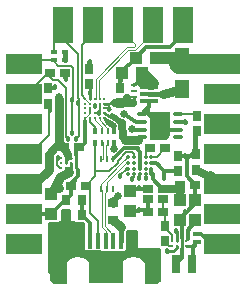
<source format=gtl>
G04 DipTrace 2.4.0.2*
%INUSBBiPowerOTG.gtl*%
%MOMM*%
%ADD10C,0.25*%
%ADD13C,0.305*%
%ADD14C,0.23*%
%ADD15C,0.203*%
%ADD16C,1.067*%
%ADD17C,0.35*%
%ADD18C,0.44*%
%ADD19C,1.0*%
%ADD20C,0.457*%
%ADD22C,0.66*%
%ADD23C,1.2*%
%ADD24C,1.702*%
%ADD25C,0.7*%
%ADD26C,0.27*%
%ADD27C,0.4*%
%ADD29C,0.114*%
%ADD30C,0.22*%
%ADD31C,0.102*%
%ADD32C,0.127*%
%ADD33C,0.787*%
%ADD34C,0.75*%
%ADD35C,0.508*%
%ADD36C,0.635*%
%ADD37C,0.36*%
%ADD40C,0.152*%
%ADD42R,1.6X1.7*%
%ADD43R,2.0X1.7*%
%ADD44R,1.0X1.1*%
%ADD45R,1.1X1.0*%
%ADD46R,0.7X0.9*%
%ADD47R,0.9X0.7*%
%ADD48R,0.7X0.4*%
%ADD49R,1.7X1.6*%
%ADD50R,1.7X2.0*%
%ADD51R,1.2X1.5*%
%ADD52R,0.9X0.75*%
%ADD54R,0.25X0.6*%
%ADD55R,0.75X0.9*%
%ADD56R,0.65X1.6*%
%ADD58R,0.5X0.4*%
%ADD60R,0.36X0.5*%
%ADD61R,0.25X0.5*%
%ADD63C,0.23*%
%ADD69R,0.6X0.25*%
%ADD70O,0.6X0.25*%
%ADD71R,1.64X0.44*%
%ADD74O,1.0X0.35*%
%ADD75C,0.711*%
%ADD77C,0.35*%
%ADD84R,1.7X2.032*%
%ADD85R,0.4X1.35*%
%ADD86O,0.853X1.053*%
%ADD87R,2.9X1.9*%
%ADD88C,0.711*%
%FSLAX53Y53*%
G04*
G71*
G90*
G75*
G01*
%LNTop*%
%LPD*%
X19540Y16587D2*
D13*
X20303D1*
X20377Y16661D1*
X20855D1*
X21025Y16491D1*
X21034Y17597D2*
Y16501D1*
X21025Y16491D1*
X26518Y13818D2*
X26355D1*
X25511Y14663D1*
X25152D1*
X23496Y14074D2*
D14*
Y14938D1*
X23384D1*
X20304Y16717D2*
D13*
X20377Y16661D1*
X22443Y15375D2*
D15*
Y16374D1*
X22325Y16491D1*
X22334Y17597D2*
Y16501D1*
X22325Y16491D1*
X23096Y14074D2*
X23038D1*
Y14623D1*
X22443Y15218D1*
Y15375D1*
X24296Y13674D2*
D14*
Y13693D1*
D15*
X24812D1*
D13*
Y12129D1*
X24781Y12161D1*
X24296Y13674D2*
D14*
X24984D1*
D13*
X24863D1*
X25152Y13963D1*
X23096Y13674D2*
D15*
X22844D1*
X22443Y14075D1*
X20511Y28320D2*
D16*
Y28105D1*
X20799Y27818D1*
X21405Y27426D1*
X20924Y27570D1*
X24296Y14074D2*
D15*
X24428Y14207D1*
D13*
Y14973D1*
X25267Y15813D1*
X25039D1*
X24548Y15116D2*
X24428Y14973D1*
X19817Y27291D2*
X20069Y27372D1*
X20302Y27524D1*
X20514Y27877D1*
D16*
X20511Y28320D1*
X20576Y27595D2*
X20799Y27818D1*
X20498Y23501D2*
D17*
X19715D1*
Y23529D1*
X21167Y27141D2*
D18*
Y27665D1*
D19*
X20511Y28320D1*
X21693Y29540D2*
X23824D1*
D23*
X23943Y29659D1*
X23658Y29102D1*
D24*
X26518Y29058D1*
X19817Y26291D2*
D10*
Y25791D1*
X18679Y25764D2*
D25*
X19271D1*
X19789D1*
D10*
X19817Y25791D1*
X17341Y25695D2*
D26*
X18220Y25797D1*
D25*
X18679Y25764D1*
X16141Y26095D2*
D26*
Y26583D1*
Y27368D1*
D13*
X16051D1*
X19336Y20209D2*
D17*
X19265D1*
D15*
X18707Y19651D1*
Y19610D1*
X21336Y20209D2*
D17*
Y19709D1*
D13*
X21443D1*
Y19326D1*
X22256Y18514D1*
X22340D1*
D25*
X23022D1*
X23412D1*
X23731Y18833D1*
Y18284D1*
X23743D1*
Y17551D1*
X23496Y13674D2*
D14*
Y13521D1*
X23180Y13206D1*
X22693D1*
D20*
X22688Y13200D1*
X23022Y18501D2*
D25*
Y18514D1*
X23800Y18285D2*
X23731D1*
X14057Y30064D2*
D27*
Y29555D1*
Y29364D1*
X14055Y29555D2*
X14057D1*
X19271Y26186D2*
D25*
Y25764D1*
X16131Y26583D2*
D26*
X16141D1*
X12581Y26990D2*
D13*
X13024D1*
X13147Y27113D1*
X14014Y28290D2*
Y27871D1*
X14085Y27800D1*
X21336Y21209D2*
D15*
X21766D1*
X22472Y21915D1*
X20836Y21209D2*
Y21579D1*
X21172Y21915D1*
X14078Y16239D2*
D13*
Y15559D1*
X15227Y14410D1*
X19677D2*
Y13405D1*
X18968Y12697D1*
X18739D1*
X17452Y11410D1*
X15227Y14410D2*
Y13598D1*
X15976Y12849D1*
X16012D1*
X17452Y11410D1*
X17062Y18491D2*
D29*
Y18935D1*
X18957Y20830D1*
X18944D1*
X19323Y21209D1*
X19336D1*
X17452Y14085D2*
Y14926D1*
X17119Y15260D1*
Y18434D1*
X17062Y18491D1*
Y20991D2*
X17207D1*
Y22449D1*
X17134Y22375D1*
X19336Y20709D2*
X19179D1*
X17564Y19094D1*
Y18493D1*
X17562Y18491D1*
X18102Y14085D2*
Y14621D1*
X17362Y15361D1*
Y18132D1*
X17601Y18371D1*
Y18491D1*
X17562D1*
Y20991D2*
X17449D1*
Y22190D1*
X17634Y22375D1*
Y23375D2*
Y23596D1*
X16941Y24289D1*
Y24495D1*
X16541Y26095D2*
X16605D1*
Y27812D1*
X19269Y30475D1*
X19846D1*
X19985Y30614D1*
Y30718D1*
X19105Y31598D1*
X18898D1*
X16541Y24495D2*
Y24344D1*
X17119Y23766D1*
Y23390D1*
X17134Y23375D1*
X16941Y26095D2*
X16868D1*
Y27727D1*
X19370Y30229D1*
X19942D1*
X21311Y31598D1*
X21438D1*
X19993Y29540D2*
D13*
Y29598D1*
X20900Y30505D1*
X22885D1*
X23978Y31598D1*
X18811Y28320D2*
Y28466D1*
X19329Y28983D1*
X19436D1*
X19993Y29540D1*
X18679Y27064D2*
Y27708D1*
Y28188D1*
X18811Y28320D1*
X20336Y21209D2*
Y20709D1*
Y20209D1*
X18062Y20991D2*
X18111D1*
X19046Y21926D1*
X19997D1*
X20326Y21597D1*
Y21219D1*
X20336Y21209D1*
X21040Y18514D2*
X20278D1*
X19767D1*
X19540Y18287D1*
X23743Y15851D2*
Y16004D1*
X24219Y16479D1*
X25252Y17513D1*
X25039D1*
X25031Y18833D2*
Y17521D1*
X25039Y17513D1*
X23608Y21307D2*
X24142D1*
X25061D1*
Y23250D1*
X25204Y23394D1*
X25031Y18833D2*
X24319Y19546D1*
Y20980D1*
X25083Y21744D1*
Y23394D1*
X25204D1*
X23608Y21307D2*
X25001D1*
X25097Y21403D1*
X23896Y14074D2*
D14*
Y14342D1*
D13*
Y15699D1*
X23743Y15851D1*
X23896Y14074D2*
D14*
Y13674D1*
Y13407D1*
D13*
Y12626D1*
X23431Y12161D1*
X24199Y16500D2*
X24219Y16479D1*
X14504Y18768D2*
Y17969D1*
X14070Y17536D1*
X14001D1*
X12795Y16330D1*
X11306D1*
X11278Y16358D1*
X14504Y18768D2*
Y18957D1*
X14869Y19322D1*
X15138Y19592D1*
Y20058D1*
D30*
X14909Y20288D1*
Y20688D1*
Y21088D1*
Y21350D1*
D13*
Y21711D1*
X15209Y22011D1*
X15741Y24495D2*
D15*
Y24208D1*
D13*
X15679D1*
Y22356D1*
X15209Y21885D1*
Y22011D1*
X20278Y18544D2*
Y18514D1*
X16141Y25295D2*
D15*
Y24895D1*
X15741Y24495D2*
D31*
X16141Y24895D1*
X21167Y25941D2*
D13*
Y25470D1*
X20498Y24801D1*
X21167Y25941D2*
X21050Y24842D1*
X22048Y23826D1*
X23598Y23501D2*
X22373D1*
X22048Y23826D1*
X20182Y21906D2*
X19997Y21926D1*
X13709Y21088D2*
D15*
X13468D1*
X13418Y21138D1*
X13709Y20288D2*
X13559D1*
X13364Y20483D1*
Y21138D1*
X13418D1*
X16051Y28668D2*
D13*
Y29191D1*
X16101Y29241D1*
X18721Y27708D2*
X18679D1*
X22523Y22976D2*
Y23351D1*
X22048Y23826D1*
X14878Y19216D2*
X14869Y19225D1*
Y19322D1*
X24142Y21313D2*
Y21307D1*
X16152Y14085D2*
Y15565D1*
X15478Y16239D1*
Y17528D1*
X15470Y17536D1*
X19836Y21209D2*
D32*
Y21406D1*
X19661Y21582D1*
X19190D1*
X18466Y20859D1*
Y20700D1*
X17746Y19980D1*
X16574D1*
Y19539D1*
X15804Y18768D1*
X16802Y14085D2*
D15*
Y15760D1*
X16130Y16432D1*
Y18442D1*
X15804Y18768D1*
X16579Y22375D2*
X16574Y19980D1*
X16141Y25695D2*
D31*
X15741Y26095D1*
D15*
Y26118D1*
X15450Y26408D1*
Y30690D1*
X16358Y31598D1*
X16578Y23375D2*
Y23741D1*
X16135Y24184D1*
Y24490D1*
X16141Y24495D1*
X23598Y24801D2*
X25096D1*
X25204Y24694D1*
X12714Y28290D2*
Y28445D1*
X11278Y27009D1*
Y26518D1*
X19836Y19709D2*
Y19453D1*
X19723Y19339D1*
X14279Y22719D2*
X14143Y22855D1*
Y27036D1*
X13442Y27736D1*
X13032D1*
X12786Y27982D1*
X12714D1*
Y28290D1*
X17341Y25295D2*
X17469D1*
X17898Y25224D1*
X17779Y25244D1*
X11278Y21438D2*
Y21697D1*
X12666Y23085D1*
Y25149D1*
Y25690D1*
X12581D1*
X12713Y25149D2*
X12666D1*
X20336Y19709D2*
Y19417D1*
X20312Y19392D1*
X16541Y25295D2*
Y25485D1*
Y25695D1*
Y25478D2*
Y25485D1*
X13057Y30064D2*
Y30837D1*
X13818Y31598D1*
X14981Y22724D2*
X15190Y22932D1*
Y25732D1*
Y26098D1*
X15081Y26207D1*
Y29878D1*
X13818Y31140D1*
Y31598D1*
X15158Y25732D2*
X15190D1*
X20836Y19709D2*
Y19466D1*
X20902Y19400D1*
X16941Y25695D2*
D32*
Y25295D1*
D15*
Y24933D1*
Y24895D1*
X16541D1*
X16900Y24933D2*
X16941D1*
X13057Y29364D2*
X11584D1*
X11278Y29058D1*
X14616Y23200D2*
X14589D1*
Y26000D1*
X14733D1*
Y28737D1*
X14546Y28925D1*
X13417D1*
X13057Y29284D1*
Y29364D1*
X14629Y26000D2*
X14589D1*
X21167Y26541D2*
D18*
X22348D1*
D33*
X23943Y26959D1*
X20498Y24151D2*
D17*
X20033D1*
X19018Y24852D1*
X26518Y18898D2*
D16*
X26281Y19507D1*
D25*
X25097Y20103D1*
X12795Y18030D2*
D33*
X13142Y18657D1*
X13602Y19489D1*
X14344Y19929D1*
D30*
X14109Y20288D1*
X14509Y20688D2*
Y20288D1*
X14109D1*
X18113Y17263D2*
D34*
Y17457D1*
D20*
X18539Y17883D1*
X13496Y18575D2*
D33*
X13142Y18657D1*
X18752Y14085D2*
D27*
Y15224D1*
D33*
X18656Y15320D1*
D34*
X18113Y15863D1*
X17341Y24895D2*
D26*
X17733Y24690D1*
X18021Y24684D1*
D35*
X18883Y24046D1*
D36*
X18897Y22909D1*
D20*
X19066Y22664D1*
X20498Y22851D2*
D17*
X20226Y22668D1*
D33*
X19066Y22664D1*
X23598Y24151D2*
D17*
X24188D1*
D20*
X24194Y24146D1*
X17341Y24495D2*
D26*
X17664Y24191D1*
D35*
X18166Y23818D1*
D37*
X18189Y23375D1*
X21336Y20709D2*
D17*
X21745D1*
D13*
X21971Y20483D1*
X21901D1*
X22407Y19977D1*
X23578D1*
X23608Y20007D1*
X22392Y19420D2*
X22407Y19977D1*
X14109Y21088D2*
D30*
X14509D1*
X14109Y20688D2*
Y21088D1*
Y20772D1*
X14278Y21328D1*
D25*
X13857Y22078D1*
X13909Y22011D1*
X11278Y18898D2*
D33*
X11405D1*
X12637Y20129D1*
Y21390D1*
D25*
X13257Y22011D1*
X13909D1*
X13483Y22389D1*
D33*
X13470Y26126D1*
D20*
X13492Y26270D1*
X18189Y22375D2*
D37*
Y21933D1*
D20*
X18163Y21907D1*
X24194Y24146D3*
X18707Y19610D3*
X19723Y19339D3*
X20312Y19392D3*
X20902Y19400D3*
X22392Y19420D3*
X23384Y14938D3*
X22688Y13200D3*
X20304Y16717D3*
X20182Y21906D3*
X24199Y16500D3*
X24142Y21313D3*
D22*
X19018Y24852D3*
X19715Y23529D3*
D20*
X20278Y18544D3*
X23022Y18501D3*
X23800Y18285D3*
X24548Y15116D3*
X19066Y22664D3*
X14055Y29555D3*
X16541Y25478D3*
X16900Y24933D3*
X17779Y25244D3*
X13418Y21138D3*
D22*
X20576Y27595D3*
X13492Y26270D3*
D88*
X19271Y26186D3*
D20*
X16131Y26583D3*
X16101Y29241D3*
X18721Y27708D3*
X14085Y27800D3*
D22*
X18163Y21907D3*
X18539Y17883D3*
X13496Y18575D3*
D20*
X14279Y22719D3*
X14616Y23200D3*
X14981Y22724D3*
X14629Y26000D3*
X15158Y25732D3*
X12713Y25149D3*
X13147Y27113D3*
X14878Y19216D3*
X13761Y16557D2*
D40*
X14442D1*
X13761Y16408D2*
X14442D1*
X13761Y16259D2*
X14442D1*
X13761Y16110D2*
X14442D1*
X13761Y15961D2*
X14442D1*
X13761Y15812D2*
X14442D1*
X13520Y15663D2*
X14878D1*
X12660Y15514D2*
X15633D1*
X12660Y15364D2*
X15633D1*
X12660Y15215D2*
X15633D1*
X12660Y15066D2*
X15633D1*
X12660Y14917D2*
X15633D1*
X12660Y14768D2*
X15633D1*
X19316D2*
X20062D1*
X12660Y14619D2*
X15633D1*
X19316D2*
X20062D1*
X12660Y14470D2*
X15633D1*
X19316D2*
X20062D1*
X12660Y14321D2*
X15633D1*
X19316D2*
X20062D1*
X12660Y14172D2*
X15633D1*
X19316D2*
X20062D1*
X12660Y14023D2*
X15633D1*
X19316D2*
X20062D1*
X12660Y13874D2*
X15633D1*
X19316D2*
X20062D1*
X12660Y13725D2*
X15633D1*
X19316D2*
X20062D1*
X12660Y13576D2*
X15633D1*
X19316D2*
X20062D1*
X12660Y13427D2*
X15633D1*
X19316D2*
X20062D1*
X12660Y13278D2*
X15728D1*
X19202D2*
X22048D1*
X12660Y13128D2*
X22046D1*
X12660Y12979D2*
X22043D1*
X12660Y12830D2*
X22041D1*
X12660Y12681D2*
X14569D1*
X15640D2*
X19264D1*
X20336D2*
X22039D1*
X12660Y12532D2*
X14314D1*
X15895D2*
X19010D1*
X20590D2*
X22036D1*
X12660Y12383D2*
X14159D1*
X16049D2*
X18855D1*
X20745D2*
X22034D1*
X12660Y12234D2*
X14038D1*
X16171D2*
X18733D1*
X20867D2*
X22031D1*
X12660Y12085D2*
X13957D1*
X16252D2*
X18652D1*
X20948D2*
X22029D1*
X12660Y11936D2*
X13892D1*
X16318D2*
X18588D1*
X21014D2*
X22027D1*
X12660Y11787D2*
X13854D1*
X16354D2*
X18550D1*
X21050D2*
X22024D1*
X12660Y11638D2*
X13833D1*
X16376D2*
X18529D1*
X21071D2*
X22024D1*
X12660Y11489D2*
X13826D1*
X16383D2*
X18521D1*
X21078D2*
X22022D1*
X12723Y11340D2*
X13826D1*
X16383D2*
X18521D1*
X21078D2*
X22020D1*
X12858Y11191D2*
X13826D1*
X16383D2*
X18521D1*
X21078D2*
X22017D1*
X12994Y11042D2*
X13826D1*
X16383D2*
X18521D1*
X21078D2*
X22015D1*
X13130Y10892D2*
X13826D1*
X16383D2*
X18521D1*
X21078D2*
X22012D1*
X13266Y10743D2*
X13826D1*
X16383D2*
X18521D1*
X21078D2*
X22010D1*
X13504Y15668D2*
Y15571D1*
X12645D1*
X12644Y11409D1*
X13271Y10721D1*
X13841Y10722D1*
X13844Y11611D1*
X13872Y11797D1*
X13909Y11945D1*
X13953Y12047D1*
X14051Y12232D1*
X14144Y12352D1*
X14262Y12472D1*
X14379Y12569D1*
X14474Y12626D1*
X14662Y12717D1*
X14808Y12761D1*
X14973Y12788D1*
X15125Y12798D1*
X15235Y12788D1*
X15441Y12752D1*
X15585Y12701D1*
X15735Y12626D1*
X15863Y12545D1*
X15947Y12472D1*
X16092Y12321D1*
X16179Y12196D1*
X16256Y12047D1*
X16312Y11906D1*
X16337Y11797D1*
X16366Y11590D1*
X16368Y11459D1*
Y10718D1*
X16820Y10721D1*
X18537Y10722D1*
X18540Y11611D1*
X18568Y11797D1*
X18605Y11945D1*
X18649Y12047D1*
X18747Y12232D1*
X18839Y12352D1*
X18958Y12472D1*
X19075Y12569D1*
X19170Y12626D1*
X19358Y12717D1*
X19504Y12761D1*
X19669Y12788D1*
X19821Y12798D1*
X19931Y12788D1*
X20137Y12752D1*
X20281Y12701D1*
X20430Y12626D1*
X20559Y12545D1*
X20643Y12472D1*
X20788Y12321D1*
X20874Y12196D1*
X20951Y12047D1*
X21008Y11906D1*
X21032Y11797D1*
X21062Y11590D1*
X21064Y11459D1*
Y10718D1*
X21315Y10721D1*
X22024Y10722D1*
X22065Y13357D1*
X20154Y13356D1*
X20090Y13393D1*
X20078Y13432D1*
Y14912D1*
X19301D1*
Y13368D1*
X19264Y13303D1*
X19225Y13291D1*
X19184D1*
X19187Y13175D1*
X18317D1*
Y13182D1*
X17675Y13185D1*
X17422Y13182D1*
X17025D1*
Y13199D1*
X16393Y13200D1*
X15743D1*
Y13293D1*
X15724Y13291D1*
X15659Y13329D1*
X15647Y13368D1*
Y15561D1*
X15625Y15580D1*
X14894Y15579D1*
Y15691D1*
X14535Y15690D1*
X14471Y15728D1*
X14459Y15766D1*
Y16706D1*
X13747D1*
Y15745D1*
X13709Y15681D1*
X13670Y15669D1*
X13506D1*
D42*
X26518Y13818D3*
D43*
X27788D3*
D42*
X11278D3*
D43*
X10008D3*
D42*
X26518Y29058D3*
D43*
X27788D3*
D44*
X25039Y15813D3*
Y17513D3*
D45*
X20511Y28320D3*
X18811D3*
X21693Y29540D3*
X19993D3*
D44*
X23743Y17551D3*
Y15851D3*
D46*
X25097Y20103D3*
Y21403D3*
D47*
X22340Y18514D3*
X21040D3*
X23731Y18833D3*
X25031D3*
X22472Y21915D3*
X21172D3*
D46*
X18679Y25764D3*
Y27064D3*
X16051Y27368D3*
Y28668D3*
X23608Y20007D3*
Y21307D3*
D47*
X13909Y22011D3*
X15209D3*
D44*
X12795Y18030D3*
Y16330D3*
X19540Y16587D3*
Y18287D3*
D47*
X21025Y16491D3*
X22325D3*
D48*
X25152Y13963D3*
Y14663D3*
D47*
X15804Y18768D3*
X14504D3*
D42*
X26518Y26518D3*
D43*
X27788D3*
D49*
X23978Y31598D3*
D50*
Y32868D3*
D42*
X11278Y16358D3*
D43*
X10008D3*
D42*
X11278Y26518D3*
D43*
X10008D3*
D42*
X26518Y16358D3*
D43*
X27788D3*
D51*
X23943Y29659D3*
Y26959D3*
D52*
X18113Y17263D3*
Y15863D3*
D54*
X18062Y20991D3*
X17562D3*
X17062D3*
Y18491D3*
X17562D3*
X18062D3*
D55*
X14078Y16239D3*
X15478D3*
X14070Y17536D3*
X15470D3*
D56*
X23431Y12161D3*
X24781D3*
D42*
X11278Y21438D3*
D43*
X10008D3*
D42*
X26518D3*
D43*
X27788D3*
D46*
X25204Y23394D3*
Y24694D3*
D58*
X13057Y30064D3*
Y29364D3*
X14057D3*
Y30064D3*
D47*
X12714Y28290D3*
X14014D3*
D46*
X12581Y25690D3*
Y26990D3*
D60*
X16579Y22375D3*
D61*
X17134D3*
X17634D3*
D60*
X18189D3*
Y23375D3*
D61*
X17634D3*
X17134D3*
D60*
X16578D3*
D46*
X22443Y15375D3*
Y14075D3*
D47*
X21034Y17597D3*
X22334D3*
D49*
X13818Y31598D3*
D50*
Y32868D3*
D42*
X11278Y29058D3*
D43*
X10008D3*
D63*
X23096Y13674D3*
Y14074D3*
X23496Y13674D3*
Y14074D3*
X23896Y13674D3*
Y14074D3*
X24296Y13674D3*
Y14074D3*
D69*
X19817Y27291D3*
D70*
Y26791D3*
Y26291D3*
Y25791D3*
D71*
X21167Y25941D3*
Y26541D3*
Y27141D3*
D74*
X23598Y22851D3*
Y23501D3*
Y24151D3*
Y24801D3*
X20498D3*
Y24151D3*
Y23501D3*
Y22851D3*
G36*
X21223Y25026D2*
X22873D1*
Y23064D1*
X22528Y22626D1*
X21223D1*
Y25026D1*
G37*
D75*
X21573Y24676D3*
X22523D3*
X21573Y22976D3*
X22048Y23826D3*
X22523Y22976D3*
D77*
X19336Y21209D3*
X19836D3*
X20336D3*
X20836D3*
X21336D3*
X19336Y20709D3*
X19836D3*
X20336D3*
X20836D3*
X21336D3*
X19336Y20209D3*
X19836D3*
X20336D3*
X20836D3*
X21336D3*
X19336Y19709D3*
X19836D3*
X20336D3*
X20836D3*
X21336D3*
D26*
X17341Y26095D3*
Y25695D3*
Y25295D3*
Y24895D3*
Y24495D3*
X16941Y26095D3*
Y25695D3*
Y25295D3*
Y24895D3*
Y24495D3*
X16541Y26095D3*
Y25695D3*
Y25295D3*
Y24895D3*
Y24495D3*
X16141Y26095D3*
Y25695D3*
Y25295D3*
Y24895D3*
Y24495D3*
X15741Y26095D3*
Y25695D3*
Y25295D3*
Y24895D3*
Y24495D3*
D30*
X13709Y21088D3*
Y20688D3*
Y20288D3*
X14109Y21088D3*
Y20688D3*
Y20288D3*
X14509Y21088D3*
Y20688D3*
Y20288D3*
X14909Y21088D3*
Y20688D3*
Y20288D3*
D49*
X21438Y31598D3*
X18898D3*
X16358D3*
D84*
X21438Y32868D3*
X18898D3*
X16358D3*
D85*
X16152Y14085D3*
X16802D3*
X17452D3*
X18102D3*
X18752D3*
D86*
X15227Y14410D3*
X19677D3*
G36*
X22154Y12032D2*
Y10788D1*
X21837Y10460D1*
X20752D1*
Y12360D1*
X21837D1*
X22154Y12032D1*
G37*
G36*
X12750Y10788D2*
Y12032D1*
X13067Y12360D1*
X14152D1*
Y10460D1*
X13067D1*
X12750Y10788D1*
G37*
D87*
X17452Y11410D3*
D42*
X26518Y18898D3*
D43*
X27788D3*
D42*
X11278Y23978D3*
D43*
X10008D3*
D42*
X26518D3*
D43*
X27788D3*
D42*
X11278Y18898D3*
D43*
X10008D3*
M02*

</source>
